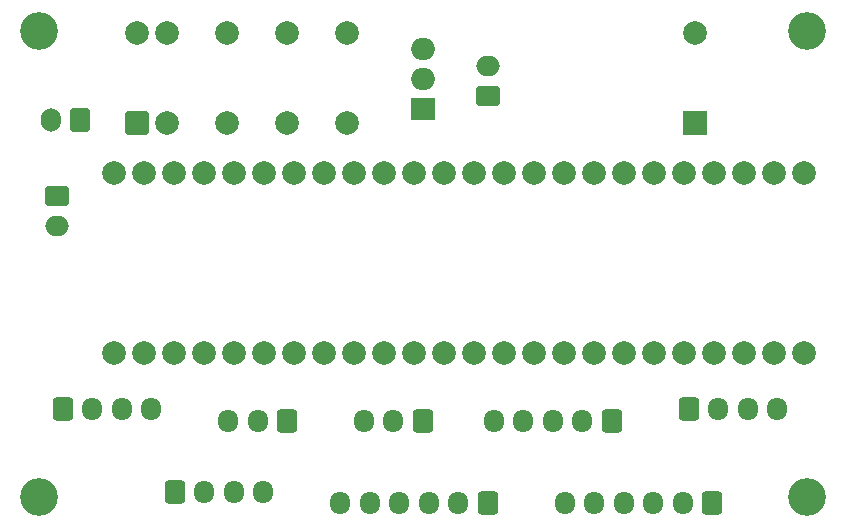
<source format=gbr>
%TF.GenerationSoftware,KiCad,Pcbnew,9.0.0*%
%TF.CreationDate,2025-04-18T09:30:21-04:00*%
%TF.ProjectId,TADPOL PCB v2,54414450-4f4c-4205-9043-422076322e6b,rev?*%
%TF.SameCoordinates,Original*%
%TF.FileFunction,Soldermask,Bot*%
%TF.FilePolarity,Negative*%
%FSLAX46Y46*%
G04 Gerber Fmt 4.6, Leading zero omitted, Abs format (unit mm)*
G04 Created by KiCad (PCBNEW 9.0.0) date 2025-04-18 09:30:21*
%MOMM*%
%LPD*%
G01*
G04 APERTURE LIST*
G04 Aperture macros list*
%AMRoundRect*
0 Rectangle with rounded corners*
0 $1 Rounding radius*
0 $2 $3 $4 $5 $6 $7 $8 $9 X,Y pos of 4 corners*
0 Add a 4 corners polygon primitive as box body*
4,1,4,$2,$3,$4,$5,$6,$7,$8,$9,$2,$3,0*
0 Add four circle primitives for the rounded corners*
1,1,$1+$1,$2,$3*
1,1,$1+$1,$4,$5*
1,1,$1+$1,$6,$7*
1,1,$1+$1,$8,$9*
0 Add four rect primitives between the rounded corners*
20,1,$1+$1,$2,$3,$4,$5,0*
20,1,$1+$1,$4,$5,$6,$7,0*
20,1,$1+$1,$6,$7,$8,$9,0*
20,1,$1+$1,$8,$9,$2,$3,0*%
G04 Aperture macros list end*
%ADD10RoundRect,0.250000X-0.600000X-0.725000X0.600000X-0.725000X0.600000X0.725000X-0.600000X0.725000X0*%
%ADD11O,1.700000X1.950000*%
%ADD12RoundRect,0.250000X0.750000X-0.600000X0.750000X0.600000X-0.750000X0.600000X-0.750000X-0.600000X0*%
%ADD13O,2.000000X1.700000*%
%ADD14RoundRect,0.250000X0.600000X0.750000X-0.600000X0.750000X-0.600000X-0.750000X0.600000X-0.750000X0*%
%ADD15O,1.700000X2.000000*%
%ADD16C,2.000000*%
%ADD17R,2.000000X1.905000*%
%ADD18O,2.000000X1.905000*%
%ADD19RoundRect,0.250000X-0.750000X0.600000X-0.750000X-0.600000X0.750000X-0.600000X0.750000X0.600000X0*%
%ADD20RoundRect,0.250000X0.600000X0.725000X-0.600000X0.725000X-0.600000X-0.725000X0.600000X-0.725000X0*%
%ADD21RoundRect,0.250000X0.750000X-0.750000X0.750000X0.750000X-0.750000X0.750000X-0.750000X-0.750000X0*%
%ADD22C,3.200000*%
%ADD23R,2.000000X2.000000*%
G04 APERTURE END LIST*
D10*
%TO.C,J4*%
X120500000Y-77000000D03*
D11*
X123000000Y-77000000D03*
X125500000Y-77000000D03*
X128000000Y-77000000D03*
%TD*%
D12*
%TO.C,J11*%
X147000000Y-43500000D03*
D13*
X147000000Y-41000000D03*
%TD*%
D14*
%TO.C,J12*%
X112500000Y-45500000D03*
D15*
X110000000Y-45500000D03*
%TD*%
D16*
%TO.C,Teensy4.1*%
X115320000Y-65240000D03*
X117860000Y-65240000D03*
X120400000Y-65240000D03*
X122940000Y-65240000D03*
X125480000Y-65240000D03*
X128020000Y-65240000D03*
X130560000Y-65240000D03*
X133100000Y-65240000D03*
X135640000Y-65240000D03*
X138180000Y-65240000D03*
X140720000Y-65240000D03*
X143260000Y-65240000D03*
X145800000Y-65240000D03*
X148340000Y-65240000D03*
X150880000Y-65240000D03*
X153420000Y-65240000D03*
X155960000Y-65240000D03*
X158500000Y-65240000D03*
X161040000Y-65240000D03*
X163580000Y-65240000D03*
X166120000Y-65240000D03*
X168660000Y-65240000D03*
X171200000Y-65240000D03*
X173740000Y-65240000D03*
X173740000Y-50000000D03*
X171200000Y-50000000D03*
X168660000Y-50000000D03*
X166120000Y-50000000D03*
X163580000Y-50000000D03*
X161040000Y-50000000D03*
X158500000Y-50000000D03*
X155960000Y-50000000D03*
X153420000Y-50000000D03*
X150880000Y-50000000D03*
X148340000Y-50000000D03*
X145800000Y-50000000D03*
X143260000Y-50000000D03*
X140720000Y-50000000D03*
X138180000Y-50000000D03*
X135640000Y-50000000D03*
X133100000Y-50000000D03*
X130560000Y-50000000D03*
X128020000Y-50000000D03*
X125480000Y-50000000D03*
X122940000Y-50000000D03*
X120400000Y-50000000D03*
X117860000Y-50000000D03*
X115320000Y-50000000D03*
%TD*%
D17*
%TO.C,VoltRegulator5V1*%
X141500000Y-44580000D03*
D18*
X141500000Y-42040000D03*
X141500000Y-39500000D03*
%TD*%
D10*
%TO.C,J1*%
X164000000Y-70000000D03*
D11*
X166500000Y-70000000D03*
X169000000Y-70000000D03*
X171500000Y-70000000D03*
%TD*%
D19*
%TO.C,J13*%
X110500000Y-52000000D03*
D13*
X110500000Y-54500000D03*
%TD*%
D20*
%TO.C,J3*%
X157500000Y-71000000D03*
D11*
X155000000Y-71000000D03*
X152500000Y-71000000D03*
X150000000Y-71000000D03*
X147500000Y-71000000D03*
%TD*%
D16*
%TO.C,K2*%
X124899700Y-45810000D03*
X129979700Y-45810000D03*
X135059700Y-45810000D03*
X124899700Y-38190000D03*
X129979700Y-38190000D03*
X135059700Y-38190000D03*
D21*
X117279700Y-45810000D03*
D16*
X117279700Y-38190000D03*
X119819700Y-45810000D03*
X119819700Y-38190000D03*
%TD*%
D22*
%TO.C,H3*%
X174000000Y-38000000D03*
%TD*%
%TO.C,H4*%
X109000000Y-38000000D03*
%TD*%
%TO.C,H1*%
X109000000Y-77500000D03*
%TD*%
%TO.C,H2*%
X174000000Y-77500000D03*
%TD*%
D20*
%TO.C,J8*%
X141500000Y-71000000D03*
D11*
X139000000Y-71000000D03*
X136500000Y-71000000D03*
%TD*%
D10*
%TO.C,J2*%
X111000000Y-70000000D03*
D11*
X113500000Y-70000000D03*
X116000000Y-70000000D03*
X118500000Y-70000000D03*
%TD*%
D20*
%TO.C,J6*%
X147000000Y-78000000D03*
D11*
X144500000Y-78000000D03*
X142000000Y-78000000D03*
X139500000Y-78000000D03*
X137000000Y-78000000D03*
X134500000Y-78000000D03*
%TD*%
D20*
%TO.C,J7*%
X130000000Y-71000000D03*
D11*
X127500000Y-71000000D03*
X125000000Y-71000000D03*
%TD*%
D20*
%TO.C,J5*%
X166000000Y-78000000D03*
D11*
X163500000Y-78000000D03*
X161000000Y-78000000D03*
X158500000Y-78000000D03*
X156000000Y-78000000D03*
X153500000Y-78000000D03*
%TD*%
D23*
%TO.C,BZ1*%
X164500000Y-45800000D03*
D16*
X164500000Y-38200000D03*
%TD*%
M02*

</source>
